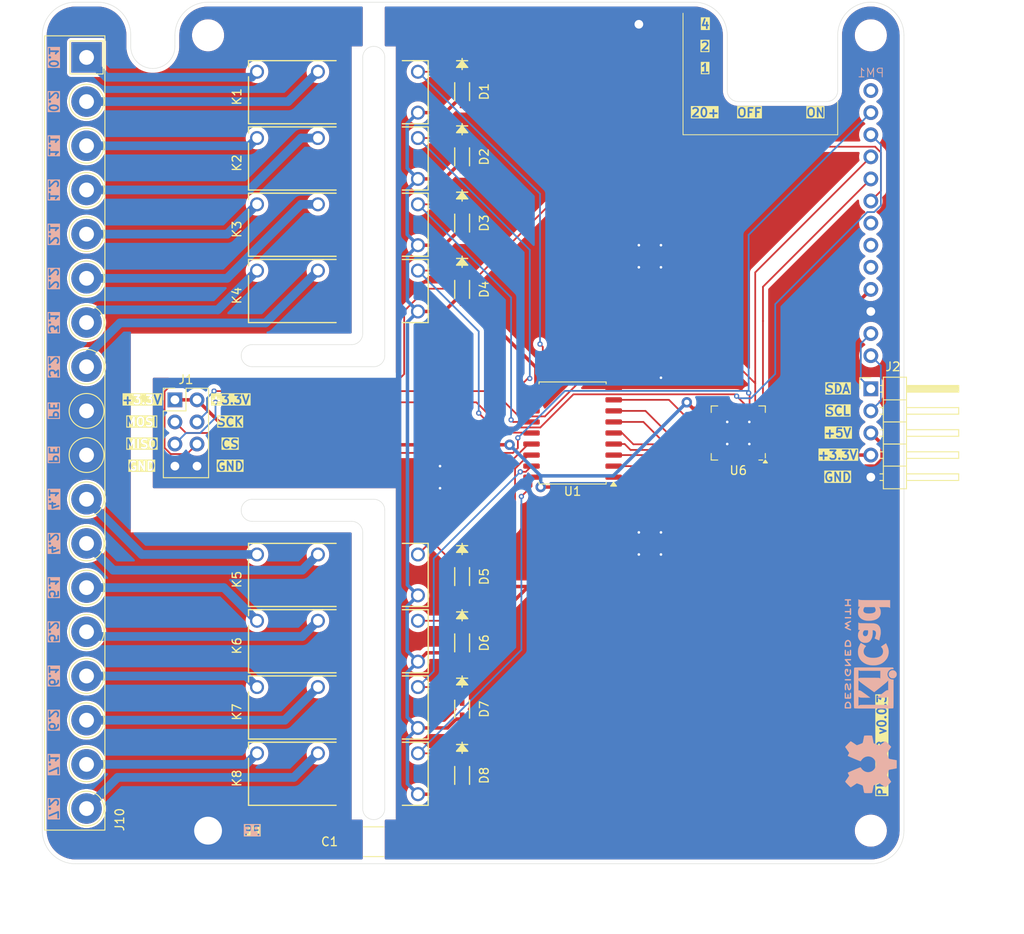
<source format=kicad_pcb>
(kicad_pcb (version 20240108) (generator "pcbnew") (generator_version "8.0")
  (layers (0 "F.Cu" signal) (31 "B.Cu" signal) (34 "B.Paste" user) (35 "F.Paste" user) (36 "B.SilkS" user "B.Silkscreen") (37 "F.SilkS" user "F.Silkscreen") (38 "B.Mask" user) (39 "F.Mask" user) (44 "Edge.Cuts" user))
  (net 0 "")
  (net 1 "GND")
  (net 2 "Net-(J10-Pin_7)")
  (net 3 "Net-(J10-Pin_16)")
  (net 4 "Net-(J10-Pin_5)")
  (net 5 "/K7")
  (net 6 "/K3")
  (net 7 "/K5")
  (net 8 "/CS2")
  (net 9 "/K6")
  (net 10 "/K8")
  (net 11 "/K4")
  (net 12 "/K1")
  (net 13 "/K2")
  (net 14 "/SCL")
  (net 15 "/SDA")
  (net 16 "Net-(J10-Pin_4)")
  (net 17 "Net-(J10-Pin_6)")
  (net 18 "Net-(J10-Pin_14)")
  (net 19 "Net-(J10-Pin_8)")
  (net 20 "Net-(J10-Pin_15)")
  (net 21 "Net-(J10-Pin_13)")
  (net 22 "Net-(J10-Pin_12)")
  (net 23 "Net-(J10-Pin_2)")
  (net 24 "Net-(J10-Pin_3)")
  (net 25 "Net-(J10-Pin_1)")
  (net 26 "Net-(J10-Pin_11)")
  (net 27 "+5V")
  (net 28 "/CS1")
  (net 30 "PE")
  (net 32 "+3.3V")
  (net 42 "/MOSI")
  (net 43 "/MISO")
  (net 44 "/SCK")
  (net 46 "Net-(J10-Pin_17)")
  (net 47 "Net-(J10-Pin_18)")
  (net 48 "/K8_exp")
  (net 49 "/K4_exp")
  (net 50 "/K7_exp")
  (net 51 "/K1_exp")
  (net 52 "/K6_exp")
  (net 53 "/K2_exp")
  (net 54 "/K3_exp")
  (net 55 "/K5_exp")
  (footprint "kicad_inventree_lib:SOD-323_STM-M" (layer "F.Cu") (at 73.66 83.82 -90)
    (property "Reference" "D4")
    (property "Value" "BAT20J")
  )
  (footprint "kicad_inventree_lib:G5NB-1A-E_DC12_RELAY_G5NB-1A_DC5_OMR" (layer "F.Cu") (at 50.28 86.36 -90)
    (property "Reference" "K4")
    (property "Value" "G5NB-1A-E-DC5")
  )
  (footprint "Package_DFN_QFN:QFN-28-1EP_6x6mm_P0.65mm_EP4.25x4.25mm" (layer "F.Cu") (at 105.41 100.33 180)
    (property "Reference" "U6")
    (property "Value" "MCP23S17_ML")
  )
  (footprint "NextPCB:ULN2803A" (layer "F.Cu") (at 86.36 100.33 180)
    (property "Reference" "U1")
    (property "Value" "ULN2803A")
  )
  (footprint "kicad_inventree_lib:G5NB-1A-E_DC12_RELAY_G5NB-1A_DC5_OMR" (layer "F.Cu") (at 50.28 119 -90)
    (property "Reference" "K5")
    (property "Value" "G5NB-1A-E-DC5")
  )
  (footprint "NextPCB:Degson_2EDGR-5.08-18P" (layer "F.Cu") (at 30.48 57.15 -90)
    (property "Reference" "J10")
    (property "Value" "2EDGR-5.08-18P")
  )
  (footprint "MountingHole:MountingHole_3.2mm_M3" (layer "F.Cu") (at 120.65 146.05)
    (property "Reference" "H3" (hide yes))
    (property "Value" "MountingHole" (hide yes))
  )
  (footprint "kicad_inventree_lib:G5NB-1A-E_DC12_RELAY_G5NB-1A_DC5_OMR" (layer "F.Cu") (at 50.28 126.62 -90)
    (property "Reference" "K6")
    (property "Value" "G5NB-1A-E-DC5")
  )
  (footprint "kicad_inventree_lib:G5NB-1A-E_DC12_RELAY_G5NB-1A_DC5_OMR" (layer "F.Cu") (at 50.28 141.86 -90)
    (property "Reference" "K8")
    (property "Value" "G5NB-1A-E-DC5")
  )
  (footprint "kicad_inventree_lib:G5NB-1A-E_DC12_RELAY_G5NB-1A_DC5_OMR" (layer "F.Cu") (at 50.28 63.5 -90)
    (property "Reference" "K1")
    (property "Value" "G5NB-1A-E-DC5")
  )
  (footprint "kicad_inventree_lib:SOD-323_STM-M" (layer "F.Cu") (at 73.66 139.7 -90)
    (property "Reference" "D8")
    (property "Value" "BAT20J")
  )
  (footprint "kicad_inventree_lib:SOD-323_STM-M" (layer "F.Cu") (at 73.66 61.087 -90)
    (property "Reference" "D1")
    (property "Value" "BAT20J")
  )
  (footprint "MountingHole:MountingHole_3.2mm_M3" (layer "F.Cu") (at 44.45 54.61)
    (property "Reference" "H1" (hide yes))
    (property "Value" "MountingHole" (hide yes))
  )
  (footprint "kicad_inventree_lib:G5NB-1A-E_DC12_RELAY_G5NB-1A_DC5_OMR" (layer "F.Cu") (at 50.28 134.24 -90)
    (property "Reference" "K7")
    (property "Value" "G5NB-1A-E-DC5")
  )
  (footprint "kicad_inventree_lib:SOD-323_STM-M" (layer "F.Cu") (at 73.66 116.84 -90)
    (property "Reference" "D5")
    (property "Value" "BAT20J")
  )
  (footprint "kicad_inventree_lib:SOD-323_STM-M" (layer "F.Cu") (at 73.66 76.2 -90)
    (property "Reference" "D3")
    (property "Value" "BAT20J")
  )
  (footprint "kicad_inventree_lib:PE" (layer "F.Cu") (at 44.45 146.05)
    (property "Reference" "PE1" (hide yes))
    (property "Value" "PE")
  )
  (footprint "kicad_inventree_lib:PM-front-02x04" (layer "F.Cu") (at 39.37 100.33)
    (property "Reference" "J1")
    (property "Value" "~")
  )
  (footprint "kicad_inventree_lib:G5NB-1A-E_DC12_RELAY_G5NB-1A_DC5_OMR" (layer "F.Cu") (at 50.28 78.74 -90)
    (property "Reference" "K3")
    (property "Value" "G5NB-1A-E-DC5")
  )
  (footprint "kicad_inventree_lib:G5NB-1A-E_DC12_RELAY_G5NB-1A_DC5_OMR" (layer "F.Cu") (at 50.28 71.12 -90)
    (property "Reference" "K2")
    (property "Value" "G5NB-1A-E-DC5")
  )
  (footprint "Capacitor_SMD:C_1812_4532Metric_Pad1.57x3.40mm_HandSolder" (layer "F.Cu") (at 63.5 147.32)
    (property "Reference" "C1")
    (property "Value" "4.7nF 2kV")
  )
  (footprint "Connector_PinHeader_2.54mm:PinHeader_1x05_P2.54mm_Horizontal" (layer "F.Cu") (at 120.65 95.25)
    (property "Reference" "J2")
    (property "Value" "PinHeader_01x05_P2.54_THT_angle")
  )
  (footprint "kicad_inventree_lib:SOD-323_STM-M" (layer "F.Cu") (at 73.66 132.08 -90)
    (property "Reference" "D7")
    (property "Value" "BAT20J")
  )
  (footprint "kicad_inventree_lib:SOD-323_STM-M" (layer "F.Cu") (at 73.66 124.46 -90)
    (property "Reference" "D6")
    (property "Value" "BAT20J")
  )
  (footprint "MountingHole:MountingHole_3.2mm_M3" (layer "F.Cu") (at 120.65 54.61)
    (property "Reference" "H2" (hide yes))
    (property "Value" "MountingHole" (hide yes))
  )
  (footprint "kicad_inventree_lib:SOD-323_STM-M" (layer "F.Cu") (at 73.66 68.58 -90)
    (property "Reference" "D2")
    (property "Value" "BAT20J")
  )
  (footprint "Symbol:OSHW-Symbol_6.7x6mm_SilkScreen" (layer "B.Cu") (at 120.65 138.43 90)
    (property "Reference" "oshw_logo" (hide yes))
    (property "Value" "OSHW-Symbol_6.7x6mm_SilkScreen" (hide yes))
  )
  (footprint "Symbol:KiCad-Logo2_5mm_SilkScreen" (layer "B.Cu") (at 120.65 125.73 90)
    (property "Reference" "kicad_logo" (hide yes))
    (property "Value" "KiCad-Logo2_5mm_SilkScreen" (hide yes))
  )
  (footprint "kicad_inventree_lib:PM-ESP32C3" (layer "B.Cu") (at 106.68 50.8 180)
    (property "Reference" "PM1")
    (property "Value" "~")
  )
  (gr_line (start 116.84 66.04) (end 116.84 62.23) (stroke (width 0.1)) (layer "F.SilkS"))
  (gr_line (start 99.06 52.07) (end 99.06 66.04) (stroke (width 0.1)) (layer "F.SilkS"))
  (gr_line (start 99.06 66.04) (end 116.84 66.04) (stroke (width 0.1)) (layer "F.SilkS"))
  (gr_arc (start 29.21 149.86) (mid 26.515923 148.744077) (end 25.4 146.05) (stroke (width 0.05)) (layer "Edge.Cuts"))
  (gr_line (start 105.41 62.23) (end 115.57 62.23) (stroke (width 0.05)) (layer "Edge.Cuts"))
  (gr_line (start 49.53 107.95) (end 63.5 107.95) (stroke (width 0.05)) (layer "Edge.Cuts"))
  (gr_line (start 120.65 149.86) (end 29.21 149.86) (stroke (width 0.05)) (layer "Edge.Cuts"))
  (gr_line (start 64.77 91.44) (end 64.77 57.15) (stroke (width 0.05)) (layer "Edge.Cuts"))
  (gr_line (start 35.56 55.88) (end 35.56 54.61) (stroke (width 0.05)) (layer "Edge.Cuts"))
  (gr_line (start 40.64 54.61) (end 40.64 55.88) (stroke (width 0.05)) (layer "Edge.Cuts"))
  (gr_arc (start 100.33 50.8) (mid 103.024077 51.915923) (end 104.14 54.61) (stroke (width 0.05)) (layer "Edge.Cuts"))
  (gr_line (start 25.4 146.05) (end 25.4 54.61) (stroke (width 0.05)) (layer "Edge.Cuts"))
  (gr_line (start 60.96 90.17) (end 49.53 90.17) (stroke (width 0.05)) (layer "Edge.Cuts"))
  (gr_arc (start 31.75 50.8) (mid 34.444077 51.915923) (end 35.56 54.61) (stroke (width 0.05)) (layer "Edge.Cuts"))
  (gr_arc (start 63.5 107.95) (mid 64.398026 108.321974) (end 64.77 109.22) (stroke (width 0.05)) (layer "Edge.Cuts"))
  (gr_arc (start 105.41 62.23) (mid 104.511974 61.858026) (end 104.14 60.96) (stroke (width 0.05)) (layer "Edge.Cuts"))
  (gr_arc (start 124.46 146.05) (mid 123.344077 148.744077) (end 120.65 149.86) (stroke (width 0.05)) (layer "Edge.Cuts"))
  (gr_arc (start 116.84 60.96) (mid 116.468026 61.858026) (end 115.57 62.23) (stroke (width 0.05)) (layer "Edge.Cuts"))
  (gr_arc (start 49.53 110.49) (mid 48.631974 110.118026) (end 48.26 109.22) (stroke (width 0.05)) (layer "Edge.Cuts"))
  (gr_arc (start 25.4 54.61) (mid 26.515923 51.915923) (end 29.21 50.8) (stroke (width 0.05)) (layer "Edge.Cuts"))
  (gr_line (start 44.45 50.8) (end 100.33 50.8) (stroke (width 0.05)) (layer "Edge.Cuts"))
  (gr_arc (start 60.96 110.49) (mid 61.858026 110.861974) (end 62.23 111.76) (stroke (width 0.05)) (layer "Edge.Cuts"))
  (gr_line (start 62.23 143.51) (end 62.23 111.76) (stroke (width 0.05)) (layer "Edge.Cuts"))
  (gr_arc (start 116.84 54.61) (mid 117.955923 51.915923) (end 120.65 50.8) (stroke (width 0.05)) (layer "Edge.Cuts"))
  (gr_arc (start 38.1 58.42) (mid 36.303949 57.676051) (end 35.56 55.88) (stroke (width 0.05)) (layer "Edge.Cuts"))
  (gr_arc (start 63.5 55.88) (mid 64.398026 56.251974) (end 64.77 57.15) (stroke (width 0.05)) (layer "Edge.Cuts"))
  (gr_arc (start 62.23 57.15) (mid 62.601974 56.251974) (end 63.5 55.88) (stroke (width 0.05)) (layer "Edge.Cuts"))
  (gr_arc (start 64.77 143.51) (mid 64.398026 144.408026) (end 63.5 144.78) (stroke (width 0.05)) (layer "Edge.Cuts"))
  (gr_arc (start 62.23 88.9) (mid 61.858026 89.798026) (end 60.96 90.17) (stroke (width 0.05)) (layer "Edge.Cuts"))
  (gr_arc (start 64.77 91.44) (mid 64.398026 92.338026) (end 63.5 92.71) (stroke (width 0.05)) (layer "Edge.Cuts"))
  (gr_arc (start 40.64 55.88) (mid 39.896051 57.676051) (end 38.1 58.42) (stroke (width 0.05)) (layer "Edge.Cuts"))
  (gr_arc (start 40.64 54.61) (mid 41.755923 51.915923) (end 44.45 50.8) (stroke (width 0.05)) (layer "Edge.Cuts"))
  (gr_line (start 104.14 54.61) (end 104.14 60.96) (stroke (width 0.05)) (layer "Edge.Cuts"))
  (gr_arc (start 63.5 144.78) (mid 62.601974 144.408026) (end 62.23 143.51) (stroke (width 0.05)) (layer "Edge.Cuts"))
  (gr_line (start 49.53 92.71) (end 63.5 92.71) (stroke (width 0.05)) (layer "Edge.Cuts"))
  (gr_arc (start 48.26 91.44) (mid 48.631974 90.541974) (end 49.53 90.17) (stroke (width 0.05)) (layer "Edge.Cuts"))
  (gr_line (start 116.84 54.61) (end 116.84 60.96) (stroke (width 0.05)) (layer "Edge.Cuts"))
  (gr_arc (start 48.26 109.22) (mid 48.631974 108.321974) (end 49.53 107.95) (stroke (width 0.05)) (layer "Edge.Cuts"))
  (gr_line (start 124.46 54.61) (end 124.46 146.05) (stroke (width 0.05)) (layer "Edge.Cuts"))
  (gr_line (start 62.23 57.15) (end 62.23 88.9) (stroke (width 0.05)) (layer "Edge.Cuts"))
  (gr_line (start 60.96 110.49) (end 49.53 110.49) (stroke (width 0.05)) (layer "Edge.Cuts"))
  (gr_arc (start 49.53 92.71) (mid 48.631974 92.338026) (end 48.26 91.44) (stroke (width 0.05)) (layer "Edge.Cuts"))
  (gr_line (start 64.77 109.22) (end 64.77 143.51) (stroke (width 0.05)) (layer "Edge.Cuts"))
  (gr_line (start 29.21 50.8) (end 31.75 50.8) (stroke (width 0.05)) (layer "Edge.Cuts"))
  (gr_arc (start 120.65 50.8) (mid 123.344077 51.915923) (end 124.46 54.61) (stroke (width 0.05)) (layer "Edge.Cuts"))
  (gr_text "PE" (at 26.67 97.79 270) (layer "B.SilkS" knockout) (effects (font (size 1 1) (thickness 0.2) (bold yes)) (justify mirror)))
  (gr_text "0.2" (at 26.67 62.23 270) (layer "B.SilkS" knockout) (effects (font (size 1 1) (thickness 0.2) (bold yes)) (justify mirror)))
  (gr_text "7.2" (at 26.67 143.51 270) (layer "B.SilkS" knockout) (effects (font (size 1 1) (thickness 0.2) (bold yes)) (justify mirror)))
  (gr_text "2.2" (at 26.67 82.55 270) (layer "B.SilkS" knockout) (effects (font (size 1 1) (thickness 0.2) (bold yes)) (justify mirror)))
  (gr_text "1.1" (at 26.67 67.31 270) (layer "B.SilkS" knockout) (effects (font (size 1 1) (thickness 0.2) (bold yes)) (justify mirror)))
  (gr_text "2.1" (at 26.67 77.47 270) (layer "B.SilkS" knockout) (effects (font (size 1 1) (thickness 0.2) (bold yes)) (justify mirror)))
  (gr_text "7.1" (at 26.67 138.43 270) (layer "B.SilkS" knockout) (effects (font (size 1 1) (thickness 0.2) (bold yes)) (justify mirror)))
  (gr_text "0.1" (at 26.67 57.15 270) (layer "B.SilkS" knockout) (effects (font (size 1 1) (thickness 0.2) (bold yes)) (justify mirror)))
  (gr_text "4.1" (at 26.67 107.95 270) (layer "B.SilkS" knockout) (effects (font (size 1 1) (thickness 0.2) (bold yes)) (justify mirror)))
  (gr_text "4.2" (at 26.67 113.03 270) (layer "B.SilkS" knockout) (effects (font (size 1 1) (thickness 0.2) (bold yes)) (justify mirror)))
  (gr_text "6.1" (at 26.67 128.27 270) (layer "B.SilkS" knockout) (effects (font (size 1 1) (thickness 0.2) (bold yes)) (justify mirror)))
  (gr_text "PE" (at 26.67 102.87 270) (layer "B.SilkS" knockout) (effects (font (size 1 1) (thickness 0.2) (bold yes)) (justify mirror)))
  (gr_text "PE" (at 49.53 146.05 -0) (layer "B.SilkS" knockout) (effects (font (size 1 1) (thickness 0.2) (bold yes)) (justify mirror)))
  (gr_text "5.1" (at 26.67 118.11 270) (layer "B.SilkS" knockout) (effects (font (size 1 1) (thickness 0.2) (bold yes)) (justify mirror)))
  (gr_text "3.1" (at 26.67 87.63 270) (layer "B.SilkS" knockout) (effects (font (size 1 1) (thickness 0.2) (bold yes)) (justify mirror)))
  (gr_text "6.2" (at 26.67 133.35 270) (layer "B.SilkS" knockout) (effects (font (size 1 1) (thickness 0.2) (bold yes)) (justify mirror)))
  (gr_text "1.2" (at 26.67 72.39 270) (layer "B.SilkS" knockout) (effects (font (size 1 1) (thickness 0.2) (bold yes)) (justify mirror)))
  (gr_text "5.2" (at 26.67 123.19 270) (layer "B.SilkS" knockout) (effects (font (size 1 1) (thickness 0.2) (bold yes)) (justify mirror)))
  (gr_text "3.2" (at 26.67 92.71 270) (layer "B.SilkS" knockout) (effects (font (size 1 1) (thickness 0.2) (bold yes)) (justify mirror)))
  (gr_text "1" (at 101.6 58.42 0) (layer "F.SilkS" knockout) (effects (font (size 1 1) (thickness 0.2) (bold yes))))
  (gr_text "SCL" (at 116.84 97.79 0) (layer "F.SilkS" knockout) (effects (font (size 1 1) (thickness 0.2) (bold yes))))
  (gr_text "GND" (at 116.84 105.41 0) (layer "F.SilkS" knockout) (effects (font (size 1 1) (thickness 0.2) (bold yes))))
  (gr_text "SDA" (at 116.84 95.25 0) (layer "F.SilkS" knockout) (effects (font (size 1 1) (thickness 0.2) (bold yes))))
  (gr_text "PM-RQ8 v0.0.3" (at 121.92 142.24 90) (layer "F.SilkS" knockout) (effects (font (size 1 1) (thickness 0.2) (bold yes)) (justify left)))
  (gr_text "GND" (at 36.83 104.14 0) (layer "F.SilkS" knockout) (effects (font (size 1 1) (thickness 0.2) (bold yes))))
  (gr_text "ON" (at 114.3 63.5 0) (layer "F.SilkS" knockout) (effects (font (size 1 1) (thickness 0.2) (bold yes))))
  (gr_text "SCK" (at 46.99 99.06 0) (layer "F.SilkS" knockout) (effects (font (size 1 1) (thickness 0.2) (bold yes))))
  (gr_text "+5V" (at 116.84 100.33 0) (layer "F.SilkS" knockout) (effects (font (size 1 1) (thickness 0.2) (bold yes))))
  (gr_text "MISO" (at 36.83 101.6 0) (layer "F.SilkS" knockout) (effects (font (size 1 1) (thickness 0.2) (bold yes))))
  (gr_text "CS" (at 46.99 101.6 0) (layer "F.SilkS" knockout) (effects (font (size 1 1) (thickness 0.2) (bold yes))))
  (gr_text "4" (at 101.6 53.34 0) (layer "F.SilkS" knockout) (effects (font (size 1 1) (thickness 0.2) (bold yes))))
  (gr_text "MOSI" (at 36.83 99.06 0) (layer "F.SilkS" knockout) (effects (font (size 1 1) (thickness 0.2) (bold yes))))
  (gr_text "GND" (at 46.99 104.14 0) (layer "F.SilkS" knockout) (effects (font (size 1 1) (thickness 0.2) (bold yes))))
  (gr_text "+3.3V" (at 36.83 96.52 0) (layer "F.SilkS" knockout) (effects (font (size 1 1) (thickness 0.2) (bold yes))))
  (gr_text "2" (at 101.6 55.88 0) (layer "F.SilkS" knockout) (effects (font (size 1 1) (thickness 0.2) (bold yes))))
  (gr_text "OFF" (at 106.68 63.5 0) (layer "F.SilkS" knockout) (effects (font (size 1 1) (thickness 0.2) (bold yes))))
  (gr_text "PE" (at 49.53 146.05 0) (layer "F.SilkS" knockout) (effects (font (size 1 1) (thickness 0.2) (bold yes))))
  (gr_text "+3.3V" (at 116.84 102.87 0) (layer "F.SilkS" knockout) (effects (font (size 1 1) (thickness 0.2) (bold yes))))
  (gr_text "20+" (at 101.6 63.5 0) (layer "F.SilkS" knockout) (effects (font (size 1 1) (thickness 0.2) (bold yes))))
  (gr_text "+3.3V" (at 46.99 96.52 0) (layer "F.SilkS" knockout) (effects (font (size 1 1) (thickness 0.2) (bold yes))))
  (segment (start 104.14 99.06) (end 104.76 99.68) (width 0.4) (layer "F.Cu") (net 1))
  (segment (start 106.68 99.06) (end 105.41 100.33) (width 0.4) (layer "F.Cu") (net 1))
  (segment (start 104.76 99.68) (end 105.41 100.33) (width 0.4) (layer "F.Cu") (net 1))
  (segment (start 106.71 99.03) (end 106.68 99.06) (width 0.4) (layer "F.Cu") (net 1))
  (segment (start 108.784 99.03) (end 109.982 97.8318) (width 0.4) (layer "F.Cu") (net 1))
  (segment (start 106.68 99.06) (end 105.41 100.33) (width 0.4) (layer "F.Cu") (net 1))
  (segment (start 108.2475 99.03) (end 108.784 99.03) (width 0.4) (layer "F.Cu") (net 1))
  (segment (start 104.11 99.03) (end 104.14 99.06) (width 0.4) (layer "F.Cu") (net 1))
  (segment (start 109.982 97.8318) (end 109.982 95.504) (width 0.4) (layer "F.Cu") (net 1))
  (segment (start 106.71 99.03) (end 106.68 99.06) (width 0.4) (layer "F.Cu") (net 1))
  (segment (start 106.71 99.03) (end 108.2475 99.03) (width 0.4) (layer "F.Cu") (net 1))
  (segment (start 104.76 99.68) (end 105.41 100.33) (width 0.4) (layer "F.Cu") (net 1))
  (via (at 71.12 104.14) (size 0.6) (drill 0.3) (layers "F.Cu" "B.Cu") (net 1))
  (via (at 106.68 99.06) (size 0.6) (drill 0.3) (layers "F.Cu" "B.Cu") (net 1))
  (via (at 93.98 114.3) (size 0.6) (drill 0.3) (layers "F.Cu" "B.Cu") (net 1))
  (via (at 96.52 78.74) (size 0.6) (drill 0.3) (layers "F.Cu" "B.Cu") (net 1))
  (via (at 93.98 111.76) (size 0.6) (drill 0.3) (layers "F.Cu" "B.Cu") (net 1))
  (via (at 104.14 99.06) (size 0.6) (drill 0.3) (layers "F.Cu" "B.Cu") (net 1))
  (via (at 104.14 101.6) (size 0.6) (drill 0.3) (layers "F.Cu" "B.Cu") (net 1))
  (via (at 96.52 93.98) (size 0.6) (drill 0.3) (layers "F.Cu" "B.Cu") (net 1))
  (via (at 96.52 111.76) (size 0.6) (drill 0.3) (layers "F.Cu" "B.Cu") (net 1))
  (via (at 93.98 81.28) (size 0.6) (drill 0.3) (layers "F.Cu" "B.Cu") (net 1))
  (via (at 96.52 114.3) (size 0.6) (drill 0.3) (layers "F.Cu" "B.Cu") (net 1))
  (via (at 106.68 101.6) (size 0.6) (drill 0.3) (layers "F.Cu" "B.Cu") (net 1))
  (via (at 96.52 81.28) (size 0.6) (drill 0.3) (layers "F.Cu" "B.Cu") (net 1))
  (via (at 93.98 78.74) (size 0.6) (drill 0.3) (layers "F.Cu" "B.Cu") (net 1))
  (via (at 71.12 106.68) (size 0.6) (drill 0.3) (layers "F.Cu" "B.Cu") (net 1))
  (segment (start 31.936 86.174) (end 30.48 87.63) (width 1) (layer "B.Cu") (net 2))
  (segment (start 45.566 86.174) (end 31.936 86.174) (width 1) (layer "B.Cu") (net 2))
  (segment (start 50.08 81.66) (end 45.566 86.174) (width 1) (layer "B.Cu") (net 2))
  (segment (start 57.08 129.54) (end 53.27 133.35) (width 1) (layer "B.Cu") (net 3))
  (segment (start 53.27 133.35) (end 30.48 133.35) (width 1) (layer "B.Cu") (net 3))
  (segment (start 46.65 77.47) (end 30.48 77.47) (width 1) (layer "B.Cu") (net 4))
  (segment (start 50.08 74.04) (end 46.65 77.47) (width 1) (layer "B.Cu") (net 4))
  (segment (start 81.635 104.14) (end 80.9823 104.793) (width 0.2) (layer "F.Cu") (net 5))
  (segment (start 73.66 130.937) (end 73.0916 130.937) (width 0.2) (layer "F.Cu") (net 5))
  (segment (start 80.9823 104.793) (end 80.346 104.793) (width 0.2) (layer "F.Cu") (net 5))
  (segment (start 71.6946 129.54) (end 68.58 129.54) (width 0.2) (layer "F.Cu") (net 5))
  (segment (start 73.0916 130.937) (end 71.6946 129.54) (width 0.2) (layer "F.Cu") (net 5))
  (via (at 80.346 104.793) (size 0.6) (drill 0.3) (layers "F.Cu" "B.Cu") (net 5))
  (segment (start 70.3958 114.743) (end 70.3958 127.724) (width 0.2) (layer "B.Cu") (net 5))
  (segment (start 80.346 104.793) (end 70.3958 114.743) (width 0.2) (layer "B.Cu") (net 5))
  (segment (start 70.3958 127.724) (end 68.58 129.54) (width 0.2) (layer "B.Cu") (net 5))
  (segment (start 68.58 74.04) (end 72.0746 74.04) (width 0.2) (layer "F.Cu") (net 6))
  (segment (start 79.2892 98.8195) (end 79.2892 98.8211) (width 0.2) (layer "F.Cu") (net 6))
  (segment (start 72.0746 74.04) (end 73.0916 75.057) (width 0.2) (layer "F.Cu") (net 6))
  (segment (start 81.635 99.06) (end 79.5297 99.06) (width 0.2) (layer "F.Cu") (net 6))
  (segment (start 73.0916 75.057) (end 73.66 75.057) (width 0.2) (layer "F.Cu") (net 6))
  (segment (start 79.5297 99.06) (end 79.2892 98.8195) (width 0.2) (layer "F.Cu") (net 6))
  (via (at 79.2892 98.8211) (size 0.6) (drill 0.3) (layers "F.Cu" "B.Cu") (net 6))
  (segment (start 79.2892 84.7492) (end 79.2892 98.8211) (width 0.2) (layer "B.Cu") (net 6))
  (segment (start 68.58 74.04) (end 79.2892 84.7492) (width 0.2) (layer "B.Cu") (net 6))
  (segment (start 70.1373 112.743) (end 73.0916 115.697) (width 0.2) (layer "F.Cu") (net 7))
  (segment (start 70.1373 112.743) (end 68.58 114.3) (width 0.2) (layer "F.Cu") (net 7))
  (segment (start 81.28 101.6) (end 81.635 101.6) (width 0.2) (layer "F.Cu") (net 7))
  (segment (start 73.0916 115.697) (end 73.66 115.697) (width 0.2) (layer "F.Cu") (net 7))
  (segment (start 70.1373 112.743) (end 81.28 101.6) (width 0.2) (layer "F.Cu") (net 7))
  (segment (start 74.0517 83.7407) (end 69.5672 83.7407) (width 0.2) (layer "F.Cu") (net 8))
  (segment (start 66.9977 93.5563) (end 66.0331 94.5209) (width 0.2) (layer "F.Cu") (net 8))
  (segment (start 40.1629 102.752) (end 42.028 102.752) (width 0.2) (layer "F.Cu") (net 8))
  (segment (start 69.5672 83.7407) (end 66.9977 86.3102) (width 0.2) (layer "F.Cu") (net 8))
  (segment (start 120.65 73.66) (end 121.803 72.5068) (width 0.2) (layer "F.Cu") (net 8))
  (segment (start 66.9977 86.3102) (end 66.9977 93.5563) (width 0.2) (layer "F.Cu") (net 8))
  (segment (start 121.803 72.5068) (end 121.803 68.0764) (width 0.2) (layer "F.Cu") (net 8))
  (segment (start 40.4849 94.5209) (end 39.4501 95.5557) (width 0.2) (layer "F.Cu") (net 8))
  (segment (start 66.0331 94.5209) (end 40.4849 94.5209) (width 0.2) (layer "F.Cu") (net 8))
  (segment (start 90.3748 67.4176) (end 74.0517 83.7407) (width 0.2) (layer "F.Cu") (net 8))
  (segment (start 121.803 68.0764) (end 121.144 67.4176) (width 0.2) (layer "F.Cu") (net 8))
  (segment (start 42.028 102.752) (end 43.18 101.6) (width 0.2) (layer "F.Cu") (net 8))
  (segment (start 121.144 67.4176) (end 90.3748 67.4176) (width 0.2) (layer "F.Cu") (net 8))
  (segment (start 39.4501 102.039) (end 40.1629 102.752) (width 0.2) (layer "F.Cu") (net 8))
  (segment (start 39.4501 95.5557) (end 39.4501 102.039) (width 0.2) (layer "F.Cu") (net 8))
  (segment (start 73.0916 123.317) (end 71.8167 122.042) (width 0.2) (layer "F.Cu") (net 9))
  (segment (start 71.8167 122.042) (end 71.8167 121.92) (width 0.2) (layer "F.Cu") (net 9))
  (segment (start 81.3018 102.87) (end 79.7443 104.428) (width 0.2) (layer "F.Cu") (net 9))
  (segment (start 73.9832 116.919) (end 73.2475 116.919) (width 0.2) (layer "F.Cu") (net 9))
  (segment (start 73.2475 116.919) (end 71.8167 118.35) (width 0.2) (layer "F.Cu") (net 9))
  (segment (start 79.7443 111.158) (end 73.9832 116.919) (width 0.2) (layer "F.Cu") (net 9))
  (segment (start 81.635 102.87) (end 81.3018 102.87) (width 0.2) (layer "F.Cu") (net 9))
  (segment (start 68.58 121.92) (end 71.8167 121.92) (width 0.2) (layer "F.Cu") (net 9))
  (segment (start 71.8167 118.35) (end 71.8167 121.92) (width 0.2) (layer "F.Cu") (net 9))
  (segment (start 73.66 123.317) (end 73.0916 123.317) (width 0.2) (layer "F.Cu") (net 9))
  (segment (start 79.7443 104.428) (end 79.7443 111.158) (width 0.2) (layer "F.Cu") (net 9))
  (segment (start 81.635 105.41) (end 81.635 106.466) (width 0.2) (layer "F.Cu") (net 10))
  (segment (start 68.58 137.16) (end 71.6946 137.16) (width 0.2) (layer "F.Cu") (net 10))
  (segment (start 73.0916 138.557) (end 73.66 138.557) (width 0.2) (layer "F.Cu") (net 10))
  (segment (start 81.635 106.466) (end 80.4739 107.627) (width 0.2) (layer "F.Cu") (net 10))
  (segment (start 71.6946 137.16) (end 73.0916 138.557) (width 0.2) (layer "F.Cu") (net 10))
  (via (at 80.4739 107.627) (size 0.6) (drill 0.3) (layers "F.Cu" "B.Cu") (net 10))
  (segment (start 80.4739 107.627) (end 80.4739 125.266) (width 0.2) (layer "B.Cu") (net 10))
  (segment (start 80.4739 125.266) (end 68.58 137.16) (width 0.2) (layer "B.Cu") (net 10))
  (segment (start 77.8141 100.29) (end 75.5682 98.0441) (width 0.2) (layer "F.Cu") (net 11))
  (segment (start 81.595 100.29) (end 77.8141 100.29) (width 0.2) (layer "F.Cu") (net 11))
  (segment (start 73.66 82.677) (end 73.0916 82.677) (width 0.2) (layer "F.Cu") (net 11))
  (segment (start 81.635 100.33) (end 81.595 100.29) (width 0.2) (layer "F.Cu") (net 11))
  (segment (start 72.0746 81.66) (end 68.58 81.66) (width 0.2) (layer "F.Cu") (net 11))
  (segment (start 73.0916 82.677) (end 72.0746 81.66) (width 0.2) (layer "F.Cu") (net 11))
  (via (at 75.5682 98.0441) (size 0.6) (drill 0.3) (layers "F.Cu" "B.Cu") (net 11))
  (segment (start 75.5682 88.6482) (end 75.5682 98.0441) (width 0.2) (layer "B.Cu") (net 11))
  (segment (start 68.58 81.66) (end 75.5682 88.6482) (width 0.2) (layer "B.Cu") (net 11))
  (segment (start 68.58 58.8) (end 71.9476 58.8) (width 0.2) (layer "F.Cu") (net 12))
  (segment (start 82.9347 90.4299) (end 82.615 90.1102) (width 0.2) (layer "F.Cu") (net 12))
  (segment (start 81.635 96.52) (end 82.0164 96.52) (width 0.2) (layer "F.Cu") (net 12))
  (segment (start 82.0164 96.52) (end 82.9347 95.6017) (width 0.2) (layer "F.Cu") (net 12))
  (segment (start 73.0916 59.944) (end 73.66 59.944) (width 0.2) (layer "F.Cu") (net 12))
  (segment (start 71.9476 58.8) (end 73.0916 59.944) (width 0.2) (layer "F.Cu") (net 12))
  (segment (start 82.9347 95.6017) (end 82.9347 90.4299) (width 0.2) (layer "F.Cu") (net 12))
  (via (at 82.615 90.1102) (size 0.6) (drill 0.3) (layers "F.Cu" "B.Cu") (net 12))
  (segment (start 82.615 90.1102) (end 82.615 72.835) (width 0.2) (layer "B.Cu") (net 12))
  (segment (start 82.615 72.835) (end 68.58 58.8) (width 0.2) (layer "B.Cu") (net 12))
  (segment (start 80.3827 94.8855) (end 81.2069 94.0613) (width 0.2) (layer "F.Cu") (net 13))
  (segment (start 68.58 66.42) (end 72.0746 66.42) (width 0.2) (layer "F.Cu") (net 13))
  (segment (start 81.2536 97.79) (end 80.3827 96.9191) (width 0.2) (layer "F.Cu") (net 13))
  (segment (start 81.2069 94.0613) (end 81.44 94.0613) (width 0.2) (layer "F.Cu") (net 13))
  (segment (start 73.0916 67.437) (end 73.66 67.437) (width 0.2) (layer "F.Cu") (net 13))
  (segment (start 80.3827 96.9191) (end 80.3827 94.8855) (width 0.2) (layer "F.Cu") (net 13))
  (segment (start 72.0746 66.42) (end 73.0916 67.437) (width 0.2) (layer "F.Cu") (net 13))
  (segment (start 81.635 97.79) (end 81.2536 97.79) (width 0.2) (layer "F.Cu") (net 13))
  (via (at 81.44 94.0613) (size 0.6) (drill 0.3) (layers "F.Cu" "B.Cu") (net 13))
  (segment (start 81.44 79.28) (end 81.44 94.0613) (width 0.2) (layer "B.Cu") (net 13))
  (segment (start 68.58 66.42) (end 81.44 79.28) (width 0.2) (layer "B.Cu") (net 13))
  (segment (start 120.65 91.44) (end 121.802 92.592) (width 0.2) (layer "B.Cu") (net 14))
  (segment (start 121.802 96.638) (end 120.65 97.79) (width 0.2) (layer "B.Cu") (net 14))
  (segment (start 121.802 92.592) (end 121.802 96.638) (width 0.2) (layer "B.Cu") (net 14))
  (segment (start 119.498 90.052) (end 120.65 88.9) (width 0.2) (layer "B.Cu") (net 15))
  (segment (start 120.65 95.25) (end 119.498 94.098) (width 0.2) (layer "B.Cu") (net 15))
  (segment (start 119.498 94.098) (end 119.498 90.052) (width 0.2) (layer "B.Cu") (net 15))
  (segment (start 57.08 66.42) (end 55.148758 66.42) (width 1) (layer "B.Cu") (net 16))
  (segment (start 49.178758 72.39) (end 30.48 72.39) (width 1) (layer "B.Cu") (net 16))
  (segment (start 55.148758 66.42) (end 49.178758 72.39) (width 1) (layer "B.Cu") (net 16))
  (segment (start 46.638758 82.55) (end 30.48 82.55) (width 1) (layer "B.Cu") (net 17))
  (segment (start 55.148758 74.04) (end 46.638758 82.55) (width 1) (layer "B.Cu") (net 17))
  (segment (start 57.08 74.04) (end 55.148758 74.04) (width 1) (layer "B.Cu") (net 17))
  (segment (start 31.014 123.724) (end 30.48 123.19) (width 1) (layer "B.Cu") (net 18))
  (segment (start 57.08 121.92) (end 55.276 123.724) (width 1) (layer "B.Cu") (net 18))
  (segment (start 55.276 123.724) (end 31.014 123.724) (width 1) (layer "B.Cu") (net 18))
  (segment (start 51.066 87.674) (end 34.325088 87.674) (width 1) (layer "B.Cu") (net 19))
  (segment (start 57.08 81.66) (end 51.066 87.674) (width 1) (layer "B.Cu") (net 19))
  (segment (start 34.325088 87.674) (end 30.48 91.519088) (width 1) (layer "B.Cu") (net 19))
  (segment (start 30.48 91.519088) (end 30.48 92.71) (width 1) (layer "B.Cu") (net 19))
  (segment (start 48.81 128.27) (end 30.48 128.27) (width 1) (layer "B.Cu") (net 20))
  (segment (start 50.08 129.54) (end 48.81 128.27) (width 1) (layer "B.Cu") (net 20))
  (segment (start 50.08 121.92) (end 46.27 118.11) (width 1) (layer "B.Cu") (net 21))
  (segment (start 46.27 118.11) (end 30.48 118.11) (width 1) (layer "B.Cu") (net 21))
  (segment (start 57.08 114.3) (end 55.276 116.104) (width 1) (layer "B.Cu") (net 22))
  (segment (start 33.554 116.104) (end 30.48 113.03) (width 1) (layer "B.Cu") (net 22))
  (segment (start 55.276 116.104) (end 33.554 116.104) (width 1) (layer "B.Cu") (net 22))
  (segment (start 53.65 62.23) (end 30.48 62.23) (width 1) (layer "B.Cu") (net 23))
  (segment (start 57.08 58.8) (end 53.65 62.23) (width 1) (layer "B.Cu") (net 23))
  (segment (start 49.19 67.31) (end 30.48 67.31) (width 1) (layer "B.Cu") (net 24))
  (segment (start 50.08 66.42) (end 49.19 67.31) (width 1) (layer "B.Cu") (net 24))
  (segment (start 50.08 58.8) (end 49.448831 59.431169) (width 1) (layer "B.Cu") (net 25))
  (segment (start 32.761169 59.431169) (end 30.48 57.15) (width 1) (layer "B.Cu") (net 25))
  (segment (start 49.448831 59.431169) (end 32.761169 59.431169) (width 1) (layer "B.Cu") (net 25))
  (segment (start 36.83 114.3) (end 30.48 107.95) (width 1) (layer "B.Cu") (net 26))
  (segment (start 50.08 114.3) (end 36.83 114.3) (width 1) (layer "B.Cu") (net 26))
  (segment (start 121.94 103.368) (end 121.94 101.62) (width 0.4) (layer "F.Cu") (net 27))
  (segment (start 72.9916 140.843) (end 71.9746 141.86) (width 0.4) (layer "F.Cu") (net 27))
  (segment (start 71.9746 141.86) (end 68.58 141.86) (width 0.4) (layer "F.Cu") (net 27))
  (segment (start 72.9916 77.343) (end 73.66 77.343) (width 0.4) (layer "F.Cu") (net 27))
  (segment (start 81.28 117.983) (end 82.804 117.983) (width 0.4) (layer "F.Cu") (net 27))
  (segment (start 71.5946 86.36) (end 72.9916 84.963) (width 0.4) (layer "F.Cu") (net 27))
  (segment (start 73.66 125.603) (end 69.597 125.603) (width 0.4) (layer "F.Cu") (net 27))
  (segment (start 72.9916 133.223) (end 73.66 133.223) (width 0.4) (layer "F.Cu") (net 27))
  (segment (start 73.66 117.983) (end 81.28 117.983) (width 0.4) (layer "F.Cu") (net 27))
  (segment (start 68.58 86.36) (end 71.5946 86.36) (width 0.4) (layer "F.Cu") (net 27))
  (segment (start 72.9916 62.23) (end 73.66 62.23) (width 0.4) (layer "F.Cu") (net 27))
  (segment (start 82.804 117.983) (end 106.177 117.983) (width 0.4) (layer "F.Cu") (net 27))
  (segment (start 72.9916 84.963) (end 73.66 84.963) (width 0.4) (layer "F.Cu") (net 27))
  (segment (start 69.597 125.603) (end 68.58 126.62) (width 0.4) (layer "F.Cu") (net 27))
  (segment (start 82.1418 94.7432) (end 82.1418 92.7764) (width 0.4) (layer "F.Cu") (net 27))
  (segment (start 71.9746 134.24) (end 72.9916 133.223) (width 0.4) (layer "F.Cu") (net 27))
  (segment (start 68.58 71.12) (end 71.5946 71.12) (width 0.4) (layer "F.Cu") (net 27))
  (segment (start 121.168 104.14) (end 121.94 103.368) (width 0.4) (layer "F.Cu") (net 27))
  (segment (start 68.58 63.5) (end 71.7216 63.5) (width 0.4) (layer "F.Cu") (net 27))
  (segment (start 71.7216 63.5) (end 72.9916 62.23) (width 0.4) (layer "F.Cu") (net 27))
  (segment (start 82.1418 92.7764) (end 74.3284 84.963) (width 0.4) (layer "F.Cu") (net 27))
  (segment (start 74.3284 84.963) (end 73.66 84.963) (width 0.4) (layer "F.Cu") (net 27))
  (segment (start 73.66 125.603) (end 81.28 117.983) (width 0.4) (layer "F.Cu") (net 27))
  (segment (start 71.5946 71.12) (end 72.9916 69.723) (width 0.4) (layer "F.Cu") (net 27))
  (segment (start 106.177 117.983) (end 120.02 104.14) (width 0.4) (layer "F.Cu") (net 27))
  (segment (start 68.58 78.74) (end 71.5946 78.74) (width 0.4) (layer "F.Cu") (net 27))
  (segment (start 121.94 101.62) (end 120.65 100.33) (width 0.4) (layer "F.Cu") (net 27))
  (segment (start 68.58 134.24) (end 71.9746 134.24) (width 0.4) (layer "F.Cu") (net 27))
  (segment (start 73.66 140.843) (end 72.9916 140.843) (width 0.4) (layer "F.Cu") (net 27))
  (segment (start 72.9916 69.723) (end 73.66 69.723) (width 0.4) (layer "F.Cu") (net 27))
  (segment (start 120.02 104.14) (end 121.168 104.14) (width 0.4) (layer "F.Cu") (net 27))
  (segment (start 71.5946 78.74) (end 72.9916 77.343) (width 0.4) (layer "F.Cu") (net 27))
  (segment (start 81.635 95.25) (end 82.1418 94.7432) (width 0.4) (layer "F.Cu") (net 27))
  (segment (start 81.28 117.983) (end 82.804 117.983) (width 0.4) (layer "F.Cu") (net 27))
  (segment (start 68.58 126.62) (end 67.3435 127.856) (width 0.4) (layer "B.Cu") (net 27))
  (segment (start 68.58 134.24) (end 67.3743 135.446) (width 0.4) (layer "B.Cu") (net 27))
  (segment (start 67.3743 117.794) (end 67.3743 87.5657) (width 0.4) (layer "B.Cu") (net 27))
  (segment (start 67.3727 85.1527) (end 68.58 86.36) (width 0.4) (layer "B.Cu") (net 27))
  (segment (start 67.3435 125.384) (end 68.58 126.62) (width 0.4) (layer "B.Cu") (net 27))
  (segment (start 67.3743 140.654) (end 68.58 141.86) (width 0.4) (layer "B.Cu") (net 27))
  (segment (start 67.3743 87.5657) (end 68.58 86.36) (width 0.4) (layer "B.Cu") (net 27))
  (segment (start 68.58 119) (end 67.3743 117.794) (width 0.4) (layer "B.Cu") (net 27))
  (segment (start 67.3435 69.8835) (end 68.58 71.12) (width 0.4) (layer "B.Cu") (net 27))
  (segment (start 68.58 119) (end 67.3435 120.236) (width 0.4) (layer "B.Cu") (net 27))
  (segment (start 67.3435 77.5035) (end 68.58 78.74) (width 0.4) (layer "B.Cu") (net 27))
  (segment (start 67.3435 120.236) (end 67.3435 125.384) (width 0.4) (layer "B.Cu") (net 27))
  (segment (start 67.3435 64.7365) (end 67.3435 69.8835) (width 0.4) (layer "B.Cu") (net 27))
  (segment (start 67.3435 127.856) (end 67.3435 133.004) (width 0.4) (layer "B.Cu") (net 27))
  (segment (start 67.3727 79.9473) (end 67.3727 85.1527) (width 0.4) (layer "B.Cu") (net 27))
  (segment (start 68.58 71.12) (end 67.3435 72.3565) (width 0.4) (layer "B.Cu") (net 27))
  (segment (start 68.58 63.5) (end 67.3435 64.7365) (width 0.4) (layer "B.Cu") (net 27))
  (segment (start 67.3435 72.3565) (end 67.3435 77.5035) (width 0.4) (layer "B.Cu") (net 27))
  (segment (start 67.3743 135.446) (end 67.3743 140.654) (width 0.4) (layer "B.Cu") (net 27))
  (segment (start 67.3435 133.004) (end 68.58 134.24) (width 0.4) (layer "B.Cu") (net 27))
  (segment (start 68.58 78.74) (end 67.3727 79.9473) (width 0.4) (layer "B.Cu") (net 27))
  (segment (start 120.65 71.12) (end 108.248 83.522) (width 0.2) (layer "F.Cu") (net 28))
  (segment (start 108.248 83.522) (end 108.248 87.4574) (width 0.2) (layer "F.Cu") (net 28))
  (segment (start 108.2475 87.4579) (end 108.2475 98.38) (width 0.2) (layer "F.Cu") (net 28))
  (segment (start 108.248 87.4574) (end 108.2475 87.4579) (width 0.2) (layer "F.Cu") (net 28))
  (segment (start 111.643 99.7795) (end 109.201 99.7795) (width 0.3004) (layer "F.Cu") (net 32))
  (segment (start 48.348 101.688) (end 43.18 96.52) (width 0.4) (layer "F.Cu") (net 32))
  (segment (start 105.172 106.544) (end 109.201 102.516) (width 0.4) (layer "F.Cu") (net 32))
  (segment (start 109.201 99.68) (end 108.248 99.68) (width 0.3004) (layer "F.Cu") (net 32))
  (segment (start 103.46 97.4925) (end 100.1816 97.4925) (width 0.4) (layer "F.Cu") (net 32))
  (segment (start 108.248 99.68) (end 108.2475 99.68) (width 0.4) (layer "F.Cu") (net 32))
  (segment (start 111.643 99.7795) (end 114.734 102.87) (width 0.4) (layer "F.Cu") (net 32))
  (segment (start 109.201 102.516) (end 109.201 99.7795) (width 0.4) (layer "F.Cu") (net 32))
  (segment (start 82.6905 106.544) (end 105.172 106.544) (width 0.4) (layer "F.Cu") (net 32))
  (segment (start 79.1174 101.688) (end 48.348 101.688) (width 0.4) (layer "F.Cu") (net 32))
  (segment (start 100.1816 97.4925) (end 99.4919 96.8028) (width 0.4) (layer "F.Cu") (net 32))
  (segment (start 120.65 83.82) (end 111.643 92.8268) (width 0.4) (layer "F.Cu") (net 32))
  (segment (start 109.201 99.68) (end 109.201 99.7795) (width 0.4) (layer "F.Cu") (net 32))
  (segment (start 114.734 102.87) (end 120.65 102.87) (width 0.4) (layer "F.Cu") (net 32))
  (segment (start 111.643 92.8268) (end 111.643 99.7795) (width 0.4) (layer "F.Cu") (net 32))
  (segment (start 40.64 96.52) (end 43.18 96.52) (width 0.4) (layer "F.Cu") (net 32))
  (via (at 79.1174 101.688) (size 1.2) (drill 0.6) (layers "F.Cu" "B.Cu") (net 32))
  (via (at 82.6905 106.544) (size 1.2) (drill 0.6) (layers "F.Cu" "B.Cu") (net 32))
  (via (at 99.4919 96.8028) (size 1.2) (drill 0.6) (layers "F.Cu" "B.Cu") (net 32))
  (segment (start 82.6905 106.544) (end 82.6905 105.261) (width 0.4) (layer "B.Cu") (net 32))
  (segment (start 99.4919 96.8028) (end 91.0337 105.261) (width 0.4) (layer "B.Cu") (net 32))
  (segment (start 91.0337 105.261) (end 82.6905 105.261) (width 0.4) (layer "B.Cu") (net 32))
  (segment (start 82.6905 105.261) (end 79.1174 101.688) (width 0.4) (layer "B.Cu") (net 32))
  (segment (start 47.2937 102.622) (end 45.002 100.33) (width 0.2) (layer "F.Cu") (net 42))
  (segment (start 106.71 95.84) (end 106.603 95.733) (width 0.2) (layer "F.Cu") (net 42))
  (segment (start 80.0697 100.892) (end 80.0697 102.056) (width 0.2) (layer "F.Cu") (net 42))
  (segment (start 106.71 97.4925) (end 106.71 95.84) (width 0.2) (layer "F.Cu") (net 42))
  (segment (start 80.0697 102.056) (end 79.5036 102.622) (width 0.2) (layer "F.Cu") (net 42))
  (segment (start 41.91 100.33) (end 40.64 99.06) (width 0.2) (layer "F.Cu") (net 42))
  (segment (start 79.5036 102.622) (end 47.2937 102.622) (width 0.2) (layer "F.Cu") (net 42))
  (segment (start 45.002 100.33) (end 41.91 100.33) (width 0.2) (layer "F.Cu") (net 42))
  (via (at 80.0697 100.892) (size 0.6) (drill 0.3) (layers "F.Cu" "B.Cu") (net 42))
  (via (at 106.603 95.733) (size 0.6) (drill 0.3) (layers "F.Cu" "B.Cu") (net 42))
  (segment (start 106.603 77.547) (end 106.603 95.4871) (width 0.2) (layer "B.Cu") (net 42))
  (segment (start 120.65 63.5) (end 106.603 77.547) (width 0.2) (layer "B.Cu") (net 42))
  (segment (start 85.4743 95.4871) (end 80.0697 100.892) (width 0.2) (layer "B.Cu") (net 42))
  (segment (start 106.603 95.4871) (end 85.4743 95.4871) (width 0.2) (layer "B.Cu") (net 42))
  (segment (start 106.603 95.4871) (end 106.603 95.733) (width 0.2) (layer "B.Cu") (net 42))
  (segment (start 105.217 96.0936) (end 106.06 96.937) (width 0.2) (layer "F.Cu") (net 43))
  (segment (start 105.008 95.885) (end 105.217 96.0936) (width 0.2) (layer "F.Cu") (net 43))
  (segment (start 78.1821 99.695) (end 82.6514 99.695) (width 0.2) (layer "F.Cu") (net 43))
  (segment (start 45.8609 96.8031) (end 75.2902 96.8031) (width 0.2) (layer "F.Cu") (net 43))
  (segment (start 82.6514 99.695) (end 86.4614 95.885) (width 0.2) (layer "F.Cu") (net 43))
  (segment (start 106.06 96.937) (end 106.06 97.4925) (width 0.2) (layer "F.Cu") (net 43))
  (segment (start 45.3056 96.8016) (end 45.8594 96.8016) (width 0.2) (layer "F.Cu") (net 43))
  (segment (start 86.4614 95.885) (end 105.008 95.885) (width 0.2) (layer "F.Cu") (net 43))
  (segment (start 75.2902 96.8031) (end 78.1821 99.695) (width 0.2) (layer "F.Cu") (net 43))
  (segment (start 45.8594 96.8016) (end 45.8609 96.8031) (width 0.2) (layer "F.Cu") (net 43))
  (via (at 105.217 96.0936) (size 0.6) (drill 0.3) (layers "F.Cu" "B.Cu") (net 43))
  (via (at 45.3056 96.8016) (size 0.6) (drill 0.3) (layers "F.Cu" "B.Cu") (net 43))
  (segment (start 109.657 93.5419) (end 106.864 96.3348) (width 0.2) (layer "B.Cu") (net 43))
  (segment (start 43.5462 100.33) (end 41.91 100.33) (width 0.2) (layer "B.Cu") (net 43))
  (segment (start 45.3056 98.5706) (end 43.5462 100.33) (width 0.2) (layer "B.Cu") (net 43))
  (segment (start 105.458 96.3348) (end 105.217 96.0936) (width 0.2) (layer "B.Cu") (net 43))
  (segment (start 41.91 100.33) (end 40.64 101.6) (width 0.2) (layer "B.Cu") (net 43))
  (segment (start 45.3056 96.8016) (end 45.3056 98.5706) (width 0.2) (layer "B.Cu") (net 43))
  (segment (start 120.65 66.04) (end 121.807 67.197) (width 0.2) (layer "B.Cu") (net 43))
  (segment (start 106.864 96.3348) (end 105.458 96.3348) (width 0.2) (layer "B.Cu") (net 43))
  (segment (start 121.807 67.197) (end 121.807 74.1599) (width 0.2) (layer "B.Cu") (net 43))
  (segment (start 121.807 74.1599) (end 121.037 74.93) (width 0.2) (layer "B.Cu") (net 43))
  (segment (start 121.037 74.93) (end 120.247 74.93) (width 0.2) (layer "B.Cu") (net 43))
  (segment (start 109.657 85.5201) (end 109.657 93.5419) (width 0.2) (layer "B.Cu") (net 43))
  (segment (start 120.247 74.93) (end 109.657 85.5201) (width 0.2) (layer "B.Cu") (net 43))
  (segment (start 104.94 92.202) (end 89.3947 92.202) (width 0.2) (layer "F.Cu") (net 44))
  (segment (start 107.36 81.87) (end 107.36 94.6215) (width 0.2) (layer "F.Cu") (net 44))
  (segment (start 89.3947 92.202) (end 83.1717 98.425) (width 0.2) (layer "F.Cu") (net 44))
  (segment (start 77.2776 95.5144) (end 45.1402 95.5144) (width 0.2) (layer "F.Cu") (net 44))
  (segment (start 80.1882 98.425) (end 77.2776 95.5144) (width 0.2) (layer "F.Cu") (net 44))
  (segment (start 83.1717 98.425) (end 80.1882 98.425) (width 0.2) (layer "F.Cu") (net 44))
  (segment (start 107.36 94.6215) (end 104.94 92.202) (width 0.2) (layer "F.Cu") (net 44))
  (segment (start 120.65 68.58) (end 107.36 81.87) (width 0.2) (layer "F.Cu") (net 44))
  (segment (start 107.36 94.6215) (end 107.36 97.4925) (width 0.2) (layer "F.Cu") (net 44))
  (via (at 45.1402 95.5144) (size 0.6) (drill 0.3) (layers "F.Cu" "B.Cu") (net 44))
  (segment (start 44.33 96.3246) (end 44.33 97.91) (width 0.2) (layer "B.Cu") (net 44))
  (segment (start 44.33 97.91) (end 43.18 99.06) (width 0.2) (layer "B.Cu") (net 44))
  (segment (start 45.1402 95.5144) (end 44.33 96.3246) (width 0.2) (layer "B.Cu") (net 44))
  (segment (start 48.81 138.43) (end 30.48 138.43) (width 1) (layer "B.Cu") (net 46))
  (segment (start 50.08 137.16) (end 48.81 138.43) (width 1) (layer "B.Cu") (net 46))
  (segment (start 54.31 139.93) (end 34.06 139.93) (width 1) (layer "B.Cu") (net 47))
  (segment (start 34.06 139.93) (end 30.48 143.51) (width 1) (layer "B.Cu") (net 47))
  (segment (start 57.08 137.16) (end 54.31 139.93) (width 1) (layer "B.Cu") (net 47))
  (segment (start 91.085 105.41) (end 103.006 105.41) (width 0.2) (layer "F.Cu") (net 48))
  (segment (start 104.76 103.168) (end 104.76 103.1675) (width 0.2) (layer "F.Cu") (net 48))
  (segment (start 103.006 105.41) (end 104.76 103.656) (width 0.2) (layer "F.Cu") (net 48))
  (segment (start 104.76 103.656) (end 104.76 103.168) (width 0.2) (layer "F.Cu") (net 48))
  (segment (start 93.3498 101.63) (end 102.572 101.63) (width 0.2) (layer "F.Cu") (net 49))
  (segment (start 102.572 101.63) (end 102.5725 101.63) (width 0.2) (layer "F.Cu") (net 49))
  (segment (start 92.0498 100.33) (end 93.3498 101.63) (width 0.2) (layer "F.Cu") (net 49))
  (segment (start 91.085 100.33) (end 92.0498 100.33) (width 0.2) (layer "F.Cu") (net 49))
  (segment (start 103.624 104.14) (end 104.11 103.654) (width 0.2) (layer "F.Cu") (net 50))
  (segment (start 91.085 104.14) (end 103.624 104.14) (width 0.2) (layer "F.Cu") (net 50))
  (segment (start 104.11 103.654) (end 104.11 103.168) (width 0.2) (layer "F.Cu") (net 50))
  (segment (start 104.11 103.168) (end 104.11 103.1675) (width 0.2) (layer "F.Cu") (net 50))
  (segment (start 100.6 99.68) (end 102.572 99.68) (width 0.2) (layer "F.Cu") (net 51))
  (segment (start 91.085 96.52) (end 97.44 96.52) (width 0.2) (layer "F.Cu") (net 51))
  (segment (start 97.44 96.52) (end 100.6 99.68) (width 0.2) (layer "F.Cu") (net 51))
  (segment (start 102.572 99.68) (end 102.5725 99.68) (width 0.2) (layer "F.Cu") (net 51))
  (segment (start 91.085 102.87) (end 103.1625 102.87) (width 0.2) (layer "F.Cu") (net 52))
  (segment (start 103.1625 102.87) (end 103.46 103.1675) (width 0.2) (layer "F.Cu") (net 52))
  (segment (start 102.572 100.33) (end 102.5725 100.33) (width 0.2) (layer "F.Cu") (net 53))
  (segment (start 97.2803 100.33) (end 102.572 100.33) (width 0.2) (layer "F.Cu") (net 53))
  (segment (start 91.085 97.79) (end 94.7403 97.79) (width 0.2) (layer "F.Cu") (net 53))
  (segment (start 94.7403 97.79) (end 97.2803 100.33) (width 0.2) (layer "F.Cu") (net 53))
  (segment (start 102.572 100.98) (end 96.4199 100.98) (width 0.2) (layer "F.Cu") (net 54))
  (segment (start 94.4999 99.06) (end 91.085 99.06) (width 0.2) (layer "F.Cu") (net 54))
  (segment (start 96.4199 100.98) (end 94.4999 99.06) (width 0.2) (layer "F.Cu") (net 54))
  (segment (start 102.572 100.98) (end 102.5725 100.98) (width 0.2) (layer "F.Cu") (net 54))
  (segment (start 102.572 102.28) (end 102.5725 102.28) (width 0.2) (layer "F.Cu") (net 55))
  (segment (start 93.0279 102.28) (end 102.572 102.28) (width 0.2) (layer "F.Cu") (net 55))
  (segment (start 92.3479 101.6) (end 93.0279 102.28) (width 0.2) (layer "F.Cu") (net 55))
  (segment (start 91.085 101.6) (end 92.3479 101.6) (width 0.2) (layer "F.Cu") (net 55))
  (zone (net 30) (net_name "PE") (layers "F&B.Cu") (priority 1) (connect_pads yes (clearance 0.5)) (min_thickness 0.25) (fill yes (thermal_gap 0.5) (thermal_bridge_width 0.5))
    (polygon (pts (xy 25.4 50.8) (xy 62.23 50.8) (xy 62.23 55.88) (xy 60.96 55.88) (xy 60.96 88.9) (xy 35.56 88.9) (xy 35.56 111.76) (xy 60.96 111.76) (xy 60.96 144.78) (xy 62.23 144.78) (xy 62.23 149.86) (xy 25.4 149.86)))
  )
  (zone (net 1) (net_name "GND") (layers "F&B.Cu") (connect_pads yes (clearance 0.5)) (min_thickness 0.25) (fill yes (thermal_gap 0.5) (thermal_bridge_width 0.5))
    (polygon (pts (xy 66.04 106.68) (xy 38.1 106.68) (xy 38.1 93.98) (xy 66.04 93.98) (xy 66.04 55.88) (xy 64.77 55.88) (xy 64.77 50.8) (xy 124.46 50.8) (xy 124.46 149.86) (xy 64.77 149.86) (xy 64.77 144.78) (xy 66.04 144.78)))
  )
)
</source>
